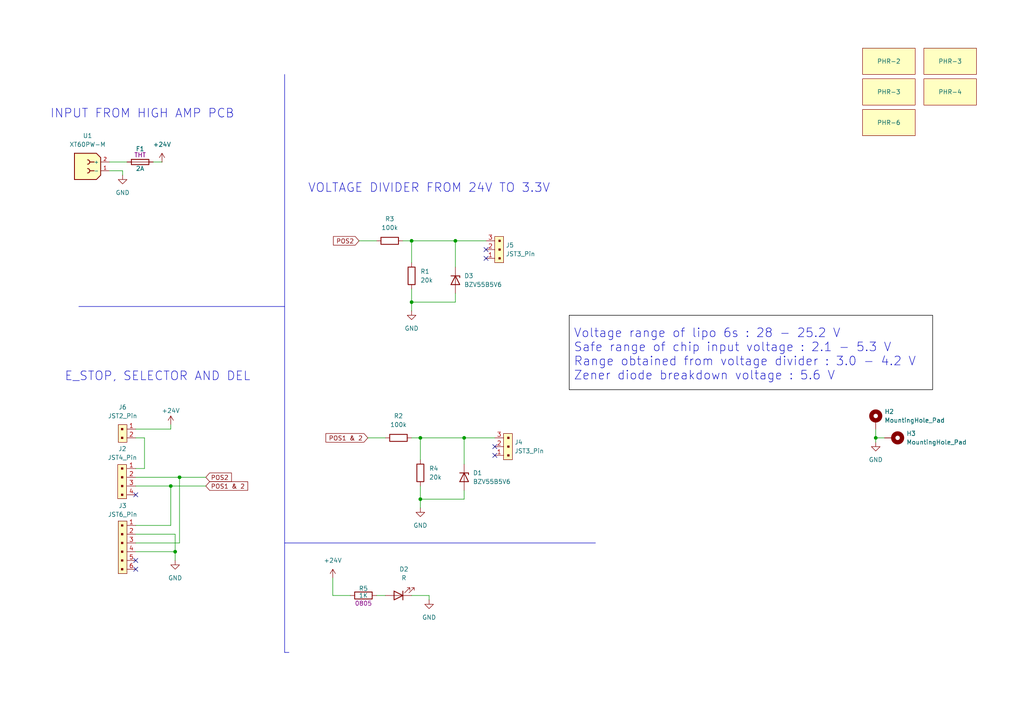
<source format=kicad_sch>
(kicad_sch (version 20231120) (generator "eeschema") (generator_version "8.0")
  (paper "A4")
  (lib_symbols
    (symbol "Device:R" (pin_numbers hide) (pin_names (offset 0))
      (property "Reference" "R" (at 2.032 0 90))
      (property "Value" "R" (at 0 0 90))
      (symbol "R_0_1"
        (rectangle (start -1.016 -2.54) (end 1.016 2.54) (stroke (width 0.254)))
      )
      (symbol "R_1_1"
        (pin passive line (at 0 3.81 270) (length 1.27) (name "~") (number "1"))
        (pin passive line (at 0 -3.81 90) (length 1.27) (name "~") (number "2"))
      )
    )
    (symbol "Diode:BZV55B5V6" (pin_numbers hide) (pin_names hide)
      (property "Reference" "D" (at 0 2.54 0))
      (property "Value" "BZV55B5V6" (at 0 -2.54 0))
      (symbol "BZV55B5V6_0_1"
        (polyline (pts (xy 1.27 0) (xy -1.27 0)))
        (polyline (pts (xy -1.27 -1.27) (xy -1.27 1.27) (xy -0.762 1.27)) (stroke (width 0.254)))
        (polyline (pts (xy 1.27 -1.27) (xy 1.27 1.27) (xy -1.27 0) (xy 1.27 -1.27)) (stroke (width 0.254)))
      )
      (symbol "BZV55B5V6_1_1"
        (pin passive line (at -3.81 0 0) (length 2.54) (name "K") (number "1"))
        (pin passive line (at 3.81 0 180) (length 2.54) (name "A") (number "2"))
      )
    )
    (symbol "Off Board Part_2" (pin_names (offset 1.016)) (exclude_from_sim yes) (on_board no)
      (property "Value" "~" (at 0 0 0))
      (symbol "Off Board Part_2_1_1"
        (rectangle (start -7.62 3.81) (end 7.62 -3.81) (fill (type background)))
      )
    )
    (symbol "power:+24V" (power) (pin_numbers hide) (pin_names (offset 0) hide)
      (property "Value" "+24V" (at 0 3.556 0))
      (symbol "+24V_0_1"
        (polyline (pts (xy -0.762 1.27) (xy 0 2.54)))
        (polyline (pts (xy 0 0) (xy 0 2.54)))
        (polyline (pts (xy 0 2.54) (xy 0.762 1.27)))
      )
      (symbol "+24V_1_1"
        (pin power_in line (at 0 0 90) (length 0) (name "~") (number "1"))
      )
    )
    (symbol "power:GND" (power) (pin_numbers hide) (pin_names (offset 0) hide)
      (property "Value" "GND" (at 0 -3.81 0))
      (symbol "GND_0_1"
        (polyline (pts (xy 0 0) (xy 0 -1.27) (xy 1.27 -1.27) (xy 0 -2.54) (xy -1.27 -1.27) (xy 0 -1.27)))
      )
      (symbol "GND_1_1"
        (pin power_in line (at 0 0 270) (length 0) (name "~") (number "1"))
      )
    )
    (symbol "rover_lib:CONN-JST-XH-B2B"
      (property "Reference" "J" (at -0.762 -1.016 0))
      (property "Value" "JST2_Pin" (at -0.508 -8.128 0))
      (symbol "CONN-JST-XH-B2B_1_1"
        (rectangle (start -1.905 -1.905) (end 0.635 -6.985) (fill (type background)))
        (rectangle (start -0.508 -5.461) (end -1.016 -5.969) (fill (type outline)))
        (rectangle (start -0.508 -2.921) (end -1.016 -3.429) (fill (type outline)))
        (pin passive line (at 3.175 -3.175 180) (length 2.54) (name "~") (number "1"))
        (pin passive line (at 3.175 -5.715 180) (length 2.54) (name "~") (number "2"))
      )
    )
    (symbol "rover_lib:CONN-JST-XH-B3B"
      (property "Reference" "J" (at -0.762 -1.016 0))
      (property "Value" "JST3_Pin" (at -0.508 -10.668 0))
      (symbol "CONN-JST-XH-B3B_1_1"
        (rectangle (start -1.905 -1.905) (end 0.635 -9.525) (fill (type background)))
        (rectangle (start -0.508 -8.001) (end -1.016 -8.509) (fill (type outline)))
        (rectangle (start -0.508 -5.461) (end -1.016 -5.969) (fill (type outline)))
        (rectangle (start -0.508 -2.921) (end -1.016 -3.429) (fill (type outline)))
        (pin passive line (at 3.175 -3.175 180) (length 2.54) (name "~") (number "1"))
        (pin passive line (at 3.175 -5.715 180) (length 2.54) (name "~") (number "2"))
        (pin passive line (at 3.175 -8.255 180) (length 2.54) (name "~") (number "3"))
      )
    )
    (symbol "rover_lib:CONN-JST-XH-B4B"
      (property "Reference" "J" (at -0.762 -1.016 0))
      (property "Value" "JST4_Pin" (at -0.762 -13.208 0))
      (symbol "CONN-JST-XH-B4B_1_1"
        (rectangle (start -2.032 -2.032) (end 0.508 -11.938) (fill (type background)))
        (rectangle (start -1.016 -10.541) (end -0.508 -11.049) (fill (type outline)))
        (rectangle (start -1.016 -8.001) (end -0.508 -8.509) (fill (type outline)))
        (rectangle (start -1.016 -5.461) (end -0.508 -5.969) (fill (type outline)))
        (rectangle (start -1.016 -2.921) (end -0.508 -3.429) (fill (type outline)))
        (pin passive line (at 3.175 -3.175 180) (length 2.54) (name "~") (number "1"))
        (pin passive line (at 3.175 -5.715 180) (length 2.54) (name "~") (number "2"))
        (pin passive line (at 3.175 -8.255 180) (length 2.54) (name "~") (number "3"))
        (pin passive line (at 3.175 -10.795 180) (length 2.54) (name "~") (number "4"))
      )
    )
    (symbol "rover_lib:CONN-JST-XH-B6B"
      (property "Reference" "J" (at -0.762 -1.016 0))
      (property "Value" "JST6_Pin" (at -0.762 -18.288 0))
      (symbol "CONN-JST-XH-B6B_1_1"
        (rectangle (start -0.508 -15.621) (end -1.016 -16.129) (fill (type outline)))
        (rectangle (start -0.508 -13.081) (end -1.016 -13.589) (fill (type outline)))
        (rectangle (start -0.508 -10.541) (end -1.016 -11.049) (fill (type outline)))
        (rectangle (start -0.508 -8.001) (end -1.016 -8.509) (fill (type outline)))
        (rectangle (start -0.508 -5.461) (end -1.016 -5.969) (fill (type outline)))
        (rectangle (start -0.508 -2.921) (end -1.016 -3.429) (fill (type outline)))
        (rectangle (start 0.635 -1.905) (end -1.905 -17.145) (fill (type background)))
        (pin passive line (at 3.175 -3.175 180) (length 2.54) (name "~") (number "1"))
        (pin passive line (at 3.175 -5.715 180) (length 2.54) (name "~") (number "2"))
        (pin passive line (at 3.175 -8.255 180) (length 2.54) (name "~") (number "3"))
        (pin passive line (at 3.175 -10.795 180) (length 2.54) (name "~") (number "4"))
        (pin passive line (at 3.175 -13.335 180) (length 2.54) (name "~") (number "5"))
        (pin passive line (at 3.175 -15.875 180) (length 2.54) (name "~") (number "6"))
      )
    )
    (symbol "rover_lib:FuseHolder" (pin_numbers hide) (pin_names (offset 0))
      (property "Reference" "F" (at 0 4.064 0))
      (property "Value" "FuseHolder" (at 0 2.032 0))
      (property "STATUS" "APPROVED" (at 0 6.096 0))
      (property "PACKAGE" "THT" (at 0 -2.032 0))
      (symbol "FuseHolder_0_1"
        (rectangle (start -2.54 -0.762) (end 2.54 0.762) (stroke (width 0.254)))
        (polyline (pts (xy -2.54 0) (xy 2.54 0)))
      )
      (symbol "FuseHolder_1_1"
        (pin power_out line (at -3.81 0 0) (length 1.27) (name "~") (number "1"))
        (pin power_in line (at 3.81 0 180) (length 1.27) (name "~") (number "2"))
      )
    )
    (symbol "rover_lib:LED" (pin_numbers hide) (pin_names (offset 1.016) hide)
      (property "Reference" "D" (at 0 2.54 0))
      (property "Value" "LED" (at 0 -2.54 0))
      (symbol "LED_0_1"
        (polyline (pts (xy -1.27 -1.27) (xy -1.27 1.27)) (stroke (width 0.254)))
        (polyline (pts (xy -1.27 0) (xy 1.27 0)))
        (polyline (pts (xy 1.27 -1.27) (xy 1.27 1.27) (xy -1.27 0) (xy 1.27 -1.27)) (stroke (width 0.254)))
        (polyline (pts (xy -3.048 -0.762) (xy -4.572 -2.286) (xy -3.81 -2.286) (xy -4.572 -2.286) (xy -4.572 -1.524)))
        (polyline (pts (xy -1.778 -0.762) (xy -3.302 -2.286) (xy -2.54 -2.286) (xy -3.302 -2.286) (xy -3.302 -1.524)))
      )
      (symbol "LED_1_1"
        (pin passive line (at -3.81 0 0) (length 2.54) (name "K") (number "1"))
        (pin passive line (at 3.81 0 180) (length 2.54) (name "A") (number "2"))
      )
    )
    (symbol "rover_lib:MountingHole_Pad" (pin_numbers hide) (pin_names (offset 1.016) hide) (exclude_from_sim yes) (in_bom no)
      (property "Reference" "H" (at 0 6.35 0))
      (property "Value" "MountingHole_Pad" (at 0 4.445 0))
      (symbol "MountingHole_Pad_0_1"
        (circle (center 0 1.27) (radius 1.27) (stroke (width 1.27)))
      )
      (symbol "MountingHole_Pad_1_1"
        (pin input line (at 0 -2.54 90) (length 2.54) (name "1") (number "1"))
      )
    )
    (symbol "rover_lib:R_0805" (pin_numbers hide) (pin_names (offset 0))
      (property "Reference" "R" (at 2.032 0 90))
      (property "Value" "k" (at 0 0 90))
      (property "Package" "0805" (at -2.286 0 90))
      (symbol "R_0805_0_1"
        (rectangle (start -1.016 -2.54) (end 1.016 2.54) (stroke (width 0.254)))
      )
      (symbol "R_0805_1_1"
        (pin passive line (at 0 3.81 270) (length 1.27) (name "~") (number "1"))
        (pin passive line (at 0 -3.81 90) (length 1.27) (name "~") (number "2"))
      )
    )
    (symbol "rover_lib:XT60PW-M"
      (property "Reference" "U" (at 0 0 0))
      (property "Value" "XT60PW-M" (at 0 -1.524 0))
      (symbol "XT60PW-M_0_0"
        (polyline (pts (xy 1.9077 -7.62) (xy 0.6377 -7.62)) (stroke (width 0.254)))
        (polyline (pts (xy 1.9077 -5.08) (xy 0.6377 -5.08)) (stroke (width 0.254)))
        (arc (start 0.0027 -8.255) (mid 0.635 -7.62) (end 0.0027 -6.985) (stroke (width 0.254)))
        (arc (start 0.0027 -5.715) (mid 0.635 -5.08) (end 0.0027 -4.445) (stroke (width 0.254)))
      )
      (symbol "XT60PW-M_1_0"
        (polyline (pts (xy -3.81 -2.54) (xy 2.54 -2.54) (xy 2.54 -2.54) (xy 3.81 -3.81) (xy 3.81 -8.89) (xy 2.54 -10.16) (xy -3.81 -10.16) (xy -3.81 -2.54)) (stroke (width 0.254)) (fill (type background)))
        (pin power_out line (at 6.35 -7.62 180) (length 2.54) (name "-") (number "1"))
        (pin power_out line (at 6.35 -5.08 180) (length 2.54) (name "+") (number "2"))
      )
    )
  )
  (junction (at 134.62 127))
  (junction (at 132.08 69.85))
  (junction (at 52.07 138.43))
  (junction (at 119.38 69.85))
  (junction (at 254 127))
  (junction (at 49.53 140.97))
  (junction (at 50.8 160.02))
  (junction (at 119.38 87.63))
  (junction (at 121.92 144.78))
  (junction (at 121.92 127))
  (no_connect (at 143.51 129.54))
  (no_connect (at 140.97 72.39))
  (no_connect (at 39.37 162.56))
  (no_connect (at 39.37 165.1))
  (no_connect (at 140.97 74.93))
  (no_connect (at 39.37 143.51))
  (no_connect (at 143.51 132.08))
  (wire (pts (xy 121.92 140.97) (xy 121.92 144.78)))
  (wire (pts (xy 31.75 46.99) (xy 36.83 46.99)))
  (wire (pts (xy 119.38 172.72) (xy 124.46 172.72)))
  (wire (pts (xy 134.62 127) (xy 134.62 134.62)))
  (wire (pts (xy 132.08 69.85) (xy 140.97 69.85)))
  (wire (pts (xy 96.52 167.64) (xy 96.52 172.72)))
  (wire (pts (xy 50.8 160.02) (xy 39.37 160.02)))
  (wire (pts (xy 49.53 140.97) (xy 49.53 152.4)))
  (wire (pts (xy 121.92 127) (xy 134.62 127)))
  (wire (pts (xy 109.22 172.72) (xy 111.76 172.72)))
  (wire (pts (xy 41.91 127) (xy 39.37 127)))
  (wire (pts (xy 119.38 69.85) (xy 132.08 69.85)))
  (wire (pts (xy 119.38 69.85) (xy 119.38 76.2)))
  (wire (pts (xy 31.75 49.53) (xy 35.56 49.53)))
  (polyline (pts (xy 82.55 189.23) (xy 83.82 189.23)))
  (wire (pts (xy 106.68 127) (xy 111.76 127)))
  (wire (pts (xy 39.37 140.97) (xy 49.53 140.97)))
  (wire (pts (xy 52.07 138.43) (xy 52.07 157.48)))
  (wire (pts (xy 119.38 83.82) (xy 119.38 87.63)))
  (wire (pts (xy 116.84 69.85) (xy 119.38 69.85)))
  (wire (pts (xy 50.8 160.02) (xy 50.8 154.94)))
  (polyline (pts (xy 82.55 21.59) (xy 82.55 189.23)))
  (wire (pts (xy 254 127) (xy 256.54 127)))
  (wire (pts (xy 49.53 140.97) (xy 59.69 140.97)))
  (wire (pts (xy 134.62 142.24) (xy 134.62 144.78)))
  (wire (pts (xy 132.08 69.85) (xy 132.08 77.47)))
  (wire (pts (xy 132.08 85.09) (xy 132.08 87.63)))
  (wire (pts (xy 104.14 69.85) (xy 109.22 69.85)))
  (wire (pts (xy 44.45 46.99) (xy 46.99 46.99)))
  (wire (pts (xy 124.46 172.72) (xy 124.46 173.99)))
  (wire (pts (xy 39.37 124.46) (xy 49.53 124.46)))
  (wire (pts (xy 134.62 144.78) (xy 121.92 144.78)))
  (wire (pts (xy 49.53 152.4) (xy 39.37 152.4)))
  (wire (pts (xy 52.07 157.48) (xy 39.37 157.48)))
  (wire (pts (xy 254 127) (xy 254 128.27)))
  (wire (pts (xy 41.91 135.89) (xy 39.37 135.89)))
  (wire (pts (xy 96.52 172.72) (xy 101.6 172.72)))
  (wire (pts (xy 134.62 127) (xy 143.51 127)))
  (wire (pts (xy 52.07 138.43) (xy 59.69 138.43)))
  (polyline (pts (xy 22.86 88.9) (xy 82.55 88.9)))
  (wire (pts (xy 132.08 87.63) (xy 119.38 87.63)))
  (wire (pts (xy 121.92 127) (xy 121.92 133.35)))
  (wire (pts (xy 121.92 144.78) (xy 121.92 147.32)))
  (wire (pts (xy 50.8 154.94) (xy 39.37 154.94)))
  (wire (pts (xy 50.8 162.56) (xy 50.8 160.02)))
  (wire (pts (xy 254 124.46) (xy 254 127)))
  (wire (pts (xy 35.56 49.53) (xy 35.56 50.8)))
  (wire (pts (xy 119.38 87.63) (xy 119.38 90.17)))
  (wire (pts (xy 41.91 127) (xy 41.91 135.89)))
  (wire (pts (xy 119.38 127) (xy 121.92 127)))
  (wire (pts (xy 39.37 138.43) (xy 52.07 138.43)))
  (wire (pts (xy 49.53 124.46) (xy 49.53 123.19)))
  (polyline (pts (xy 82.55 157.48) (xy 172.72 157.48)))
  (rectangle (start 165.1 91.44) (end 270.51 113.03) (stroke (width 0) (color 0 0 0 1)))
  (text "Voltage range of lipo 6s : 28 - 25.2 V \nSafe range of chip input voltage : 2.1 - 5.3 V\nRange obtained from voltage divider : 3.0 - 4.2 V\nZener diode breakdown voltage : 5.6 V\n" (at 166.37 102.87 0) (effects (font (size 2.54 2.54)) (justify left)))
  (text "E_STOP, SELECTOR AND DEL" (at 45.72 109.22 0) (effects (font (size 2.54 2.54))))
  (text "INPUT FROM HIGH AMP PCB" (at 41.275 33.02 0) (effects (font (size 2.54 2.54))))
  (text "VOLTAGE DIVIDER FROM 24V TO 3.3V" (at 124.46 54.61 0) (effects (font (size 2.54 2.54))))
  (global_label "POS1 & 2" (shape input) (at 106.68 127 180) (property "Intersheetrefs" "${INTERSHEET_REFS}" (effects (hide yes))))
  (global_label "POS2" (shape input) (at 104.14 69.85 180) (property "Intersheetrefs" "${INTERSHEET_REFS}" (effects (hide yes))))
  (global_label "POS1 & 2" (shape input) (at 59.69 140.97 0) (property "Intersheetrefs" "${INTERSHEET_REFS}" (effects (hide yes))))
  (global_label "POS2" (shape input) (at 59.69 138.43 0) (property "Intersheetrefs" "${INTERSHEET_REFS}" (effects (hide yes))))
  (symbol (lib_id "rover_lib:MountingHole_Pad") (at 259.08 127 270) (unit 1) (exclude_from_sim yes) (in_bom no)
    (property "Reference" "H3" (at 262.89 125.7299 90) (effects (justify left)))
    (property "Value" "MountingHole_Pad" (at 262.89 128.2699 90) (effects (justify left)))
    (property "Footprint" "MountingHole:MountingHole_3.2mm_M3_DIN965_Pad_TopBottom" (effects (hide yes)))
    (property "Description" "Mounting Hole with connection" (effects (hide yes)))
  )
  (symbol (lib_id "power:+24V") (at 49.53 123.19 0) (unit 1)
    (property "Reference" "#PWR07" (effects (hide yes)))
    (property "Value" "+24V" (at 49.53 119.126 0))
    (property "Description" "Power symbol creates a global label with name \"+24V\"" (effects (hide yes)))
  )
  (symbol (lib_name "Off Board Part_2") (lib_id "RoverLibrary:Off Board Part") (at 275.59 17.78 0) (unit 1) (exclude_from_sim yes) (on_board no)
    (property "Reference" "G3" (effects (hide yes)))
    (property "Value" "PHR-3" (at 275.59 17.78 0))
    (property "Digikey" "https://www.digikey.ca/en/products/detail/jst-sales-america-inc/PHR-3/527357" (effects (hide yes)))
  )
  (symbol (lib_id "Device:R") (at 115.57 127 90) (unit 1)
    (property "Reference" "R2" (at 115.57 120.65 90))
    (property "Value" "100k" (at 115.57 123.19 90))
    (property "Footprint" "Resistor_SMD:R_0805_2012Metric" (effects (hide yes)))
    (property "Description" "Resistor" (effects (hide yes)))
  )
  (symbol (lib_id "Device:R") (at 121.92 137.16 0) (unit 1)
    (property "Reference" "R4" (at 124.46 135.8899 0) (effects (justify left)))
    (property "Value" "20k" (at 124.46 138.4299 0) (effects (justify left)))
    (property "Footprint" "Resistor_SMD:R_0805_2012Metric" (effects (hide yes)))
    (property "Description" "Resistor" (effects (hide yes)))
  )
  (symbol (lib_name "Off Board Part_2") (lib_id "RoverLibrary:Off Board Part") (at 257.81 35.56 0) (unit 1) (exclude_from_sim yes) (on_board no)
    (property "Reference" "G5" (effects (hide yes)))
    (property "Value" "PHR-6" (at 257.81 35.56 0))
    (property "Digikey" "https://www.digikey.ca/en/products/detail/jst-sales-america-inc/PHR-6/608604" (effects (hide yes)))
  )
  (symbol (lib_id "power:GND") (at 50.8 162.56 0) (unit 1)
    (property "Reference" "#PWR04" (effects (hide yes)))
    (property "Value" "GND" (at 50.8 167.64 0))
    (property "Description" "Power symbol creates a global label with name \"GND\" , ground" (effects (hide yes)))
  )
  (symbol (lib_id "power:GND") (at 121.92 147.32 0) (unit 1)
    (property "Reference" "#PWR05" (effects (hide yes)))
    (property "Value" "GND" (at 121.92 152.4 0))
    (property "Description" "Power symbol creates a global label with name \"GND\" , ground" (effects (hide yes)))
  )
  (symbol (lib_id "rover_lib:CONN-JST-XH-B3B") (at 146.685 135.255 180) (unit 1)
    (property "Reference" "J4" (at 149.225 128.2699 0) (effects (justify right)))
    (property "Value" "JST3_Pin" (at 149.225 130.8099 0) (effects (justify right)))
    (property "Footprint" "Connector_JST:JST_PH_B3B-PH-K_1x03_P2.00mm_Vertical" (effects (hide yes)))
  )
  (symbol (lib_id "rover_lib:MountingHole_Pad") (at 254 121.92 0) (unit 1) (exclude_from_sim yes) (in_bom no)
    (property "Reference" "H2" (at 256.54 119.3799 0) (effects (justify left)))
    (property "Value" "MountingHole_Pad" (at 256.54 121.9199 0) (effects (justify left)))
    (property "Footprint" "MountingHole:MountingHole_3.2mm_M3_DIN965_Pad_TopBottom" (effects (hide yes)))
    (property "Description" "Mounting Hole with connection" (effects (hide yes)))
  )
  (symbol (lib_name "Off Board Part_2") (lib_id "RoverLibrary:Off Board Part") (at 257.81 17.78 0) (unit 1) (exclude_from_sim yes) (on_board no)
    (property "Reference" "G2" (effects (hide yes)))
    (property "Value" "PHR-2" (at 257.81 17.78 0))
    (property "Digikey" "https://www.digikey.ca/en/products/detail/jst-sales-america-inc/PHR-2/608607" (effects (hide yes)))
  )
  (symbol (lib_id "power:GND") (at 119.38 90.17 0) (unit 1)
    (property "Reference" "#PWR06" (effects (hide yes)))
    (property "Value" "GND" (at 119.38 95.25 0))
    (property "Description" "Power symbol creates a global label with name \"GND\" , ground" (effects (hide yes)))
  )
  (symbol (lib_id "power:GND") (at 124.46 173.99 0) (unit 1)
    (property "Reference" "#PWR010" (effects (hide yes)))
    (property "Value" "GND" (at 124.46 179.07 0))
    (property "Description" "Power symbol creates a global label with name \"GND\" , ground" (effects (hide yes)))
  )
  (symbol (lib_id "Device:R") (at 119.38 80.01 0) (unit 1)
    (property "Reference" "R1" (at 121.92 78.7399 0) (effects (justify left)))
    (property "Value" "20k" (at 121.92 81.2799 0) (effects (justify left)))
    (property "Footprint" "Resistor_SMD:R_0805_2012Metric" (effects (hide yes)))
    (property "Description" "Resistor" (effects (hide yes)))
  )
  (symbol (lib_id "power:GND") (at 254 128.27 0) (unit 1)
    (property "Reference" "#PWR08" (effects (hide yes)))
    (property "Value" "GND" (at 254 133.35 0))
    (property "Description" "Power symbol creates a global label with name \"GND\" , ground" (effects (hide yes)))
  )
  (symbol (lib_name "Off Board Part_2") (lib_id "RoverLibrary:Off Board Part") (at 257.81 26.67 0) (unit 1) (exclude_from_sim yes) (on_board no)
    (property "Reference" "G1" (effects (hide yes)))
    (property "Value" "PHR-3" (at 257.81 26.67 0))
    (property "Digikey" "https://www.digikey.ca/en/products/detail/jst-sales-america-inc/PHR-3/527357" (effects (hide yes)))
  )
  (symbol (lib_id "rover_lib:CONN-JST-XH-B3B") (at 144.145 78.105 180) (unit 1)
    (property "Reference" "J5" (at 146.685 71.1199 0) (effects (justify right)))
    (property "Value" "JST3_Pin" (at 146.685 73.6599 0) (effects (justify right)))
    (property "Footprint" "Connector_JST:JST_PH_B3B-PH-K_1x03_P2.00mm_Vertical" (effects (hide yes)))
  )
  (symbol (lib_id "Diode:BZV55B5V6") (at 132.08 81.28 270) (unit 1)
    (property "Reference" "D3" (at 134.62 80.0099 90) (effects (justify left)))
    (property "Value" "BZV55B5V6" (at 134.62 82.5499 90) (effects (justify left)))
    (property "Footprint" "Diode_SMD:D_MiniMELF" (effects (hide yes)))
    (property "Datasheet" "https://assets.nexperia.com/documents/data-sheet/BZV55_SER.pdf" (effects (hide yes)))
    (property "Description" "5.6V, 500mW, 2%, Zener diode, MiniMELF" (effects (hide yes)))
  )
  (symbol (lib_id "power:+24V") (at 96.52 167.64 0) (unit 1)
    (property "Reference" "#PWR09" (effects (hide yes)))
    (property "Value" "+24V" (at 96.52 162.56 0))
    (property "Description" "Power symbol creates a global label with name \"+24V\"" (effects (hide yes)))
  )
  (symbol (lib_id "Device:R") (at 113.03 69.85 90) (unit 1)
    (property "Reference" "R3" (at 113.03 63.5 90))
    (property "Value" "100k" (at 113.03 66.04 90))
    (property "Footprint" "Resistor_SMD:R_0805_2012Metric" (effects (hide yes)))
    (property "Description" "Resistor" (effects (hide yes)))
  )
  (symbol (lib_id "power:GND") (at 35.56 50.8 0) (unit 1)
    (property "Reference" "#PWR02" (effects (hide yes)))
    (property "Value" "GND" (at 35.56 55.88 0))
    (property "Description" "Power symbol creates a global label with name \"GND\" , ground" (effects (hide yes)))
  )
  (symbol (lib_id "rover_lib:LED") (at 115.57 172.72 180) (unit 1)
    (property "Reference" "D2" (at 117.1575 165.1 0))
    (property "Value" "R" (at 117.1575 167.64 0))
    (property "Footprint" "LED_SMD:LED_0805_2012Metric_Pad1.15x1.40mm_HandSolder" (effects (hide yes)))
    (property "Description" "Light emitting diode" (effects (hide yes)))
  )
  (symbol (lib_id "rover_lib:CONN-JST-XH-B2B") (at 36.195 121.285 0) (unit 1)
    (property "Reference" "J6" (at 35.56 118.11 0))
    (property "Value" "JST2_Pin" (at 35.56 120.65 0))
    (property "Footprint" "Connector_JST:JST_PH_B2B-PH-K_1x02_P2.00mm_Vertical" (effects (hide yes)))
  )
  (symbol (lib_id "rover_lib:CONN-JST-XH-B6B") (at 36.195 149.225 0) (unit 1)
    (property "Reference" "J3" (at 35.56 146.685 0))
    (property "Value" "JST6_Pin" (at 35.56 149.225 0))
    (property "Footprint" "Connector_JST:JST_PH_B6B-PH-K_1x06_P2.00mm_Vertical" (effects (hide yes)))
  )
  (symbol (lib_id "rover_lib:FuseHolder") (at 40.64 46.99 180) (unit 1)
    (property "Reference" "F1" (at 39.37 43.18 0) (effects (justify right)))
    (property "Value" "2A" (at 39.37 48.895 0) (effects (justify right)))
    (property "Footprint" "RoverFootprint:FUSE_3568-20" (effects (hide yes)))
    (property "Description" "Fuseholder through hole, 30A max" (effects (hide yes)))
    (property "STATUS" "APPROVED" (effects (hide yes)))
    (property "PACKAGE" "THT" (at 40.64 44.958 0))
  )
  (symbol (lib_id "rover_lib:XT60PW-M") (at 25.4 41.91 0) (unit 1)
    (property "Reference" "U1" (at 25.4 39.37 0))
    (property "Value" "XT60PW-M" (at 25.4 41.91 0))
    (property "Footprint" "RoverFootprint:AMASS_XT60PW-M_1x02_P7.20mm_Horizontal" (effects (hide yes)))
    (property "STATUS" "APPROVED" (effects (hide yes)))
  )
  (symbol (lib_id "power:+24V") (at 46.99 46.99 0) (unit 1)
    (property "Reference" "#PWR01" (effects (hide yes)))
    (property "Value" "+24V" (at 46.99 41.91 0))
    (property "Description" "Power symbol creates a global label with name \"+24V\"" (effects (hide yes)))
  )
  (symbol (lib_id "rover_lib:R_0805") (at 105.41 172.72 90) (unit 1)
    (property "Reference" "R5" (at 105.41 170.688 90))
    (property "Value" "1K" (at 105.41 172.72 90))
    (property "Footprint" "Resistor_SMD:R_0805_2012Metric_Pad1.20x1.40mm_HandSolder" (effects (hide yes)))
    (property "Description" "Resistor" (effects (hide yes)))
    (property "Package" "0805" (at 105.41 175.006 90))
  )
  (symbol (lib_id "Diode:BZV55B5V6") (at 134.62 138.43 270) (unit 1)
    (property "Reference" "D1" (at 137.16 137.1599 90) (effects (justify left)))
    (property "Value" "BZV55B5V6" (at 137.16 139.6999 90) (effects (justify left)))
    (property "Footprint" "Diode_SMD:D_MiniMELF" (effects (hide yes)))
    (property "Datasheet" "https://assets.nexperia.com/documents/data-sheet/BZV55_SER.pdf" (effects (hide yes)))
    (property "Description" "5.6V, 500mW, 2%, Zener diode, MiniMELF" (effects (hide yes)))
  )
  (symbol (lib_name "Off Board Part_2") (lib_id "RoverLibrary:Off Board Part") (at 275.59 26.67 0) (unit 1) (exclude_from_sim yes) (on_board no)
    (property "Reference" "G4" (effects (hide yes)))
    (property "Value" "PHR-4" (at 275.59 26.67 0))
    (property "Digikey" "https://www.digikey.ca/en/products/detail/jst-sales-america-inc/PHR-4/608606" (effects (hide yes)))
  )
  (symbol (lib_id "rover_lib:CONN-JST-XH-B4B") (at 36.195 132.715 0) (unit 1)
    (property "Reference" "J2" (at 35.4965 130.175 0))
    (property "Value" "JST4_Pin" (at 35.4965 132.715 0))
    (property "Footprint" "Connector_JST:JST_PH_B4B-PH-K_1x04_P2.00mm_Vertical" (effects (hide yes)))
  )
)
</source>
